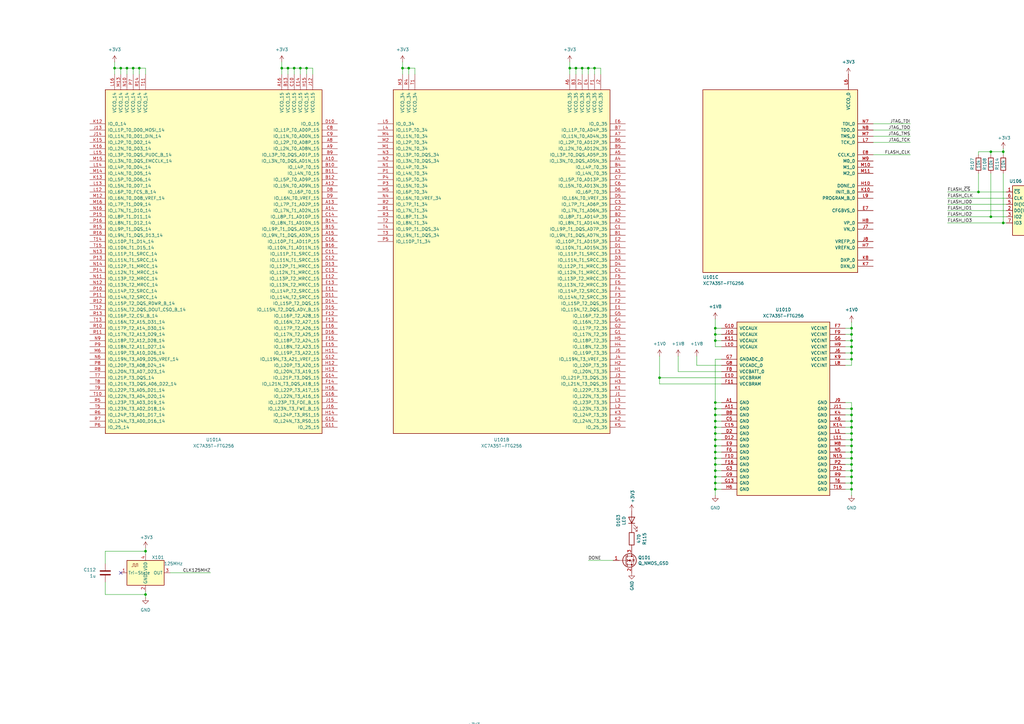
<source format=kicad_sch>
(kicad_sch (version 20231120) (generator "eeschema") (generator_version "8.0")
  (paper "A3")
  (junction (at 79.2612 337.0686))
  (junction (at 293.37 193.04))
  (junction (at 59.69 226.06))
  (junction (at 422.91 72.39))
  (junction (at -110.49 190.5))
  (junction (at 349.25 182.88))
  (junction (at 72.9112 337.0686))
  (junction (at 293.37 134.62))
  (junction (at -80.01 68.58))
  (junction (at -72.39 307.34))
  (junction (at 52.07 27.94))
  (junction (at -41.91 101.6))
  (junction (at 293.37 185.42))
  (junction (at -97.79 267.97))
  (junction (at 165.1 27.94))
  (junction (at 293.37 165.1))
  (junction (at 123.19 27.94))
  (junction (at -97.79 256.54))
  (junction (at 349.25 195.58))
  (junction (at 293.37 137.16))
  (junction (at 406.4 62.23))
  (junction (at 349.25 142.24))
  (junction (at -104.14 289.56))
  (junction (at 349.25 170.18))
  (junction (at 293.37 172.72))
  (junction (at 349.25 172.72))
  (junction (at -46.99 190.5))
  (junction (at 125.73 27.94))
  (junction (at 349.25 147.32))
  (junction (at 349.25 193.04))
  (junction (at 349.25 190.5))
  (junction (at 293.37 175.26))
  (junction (at -49.53 190.5))
  (junction (at -91.44 270.51))
  (junction (at 349.25 134.62))
  (junction (at 401.32 78.74))
  (junction (at -41.91 76.2))
  (junction (at -64.77 307.34))
  (junction (at 349.25 137.16))
  (junction (at -41.91 68.58))
  (junction (at 349.25 187.96))
  (junction (at 349.25 198.12))
  (junction (at 293.37 182.88))
  (junction (at 118.11 27.94))
  (junction (at 49.53 27.94))
  (junction (at 241.3 27.94))
  (junction (at 57.15 27.94))
  (junction (at 293.37 170.18))
  (junction (at 349.25 139.7))
  (junction (at 349.25 185.42))
  (junction (at -57.15 307.34))
  (junction (at -59.69 307.34))
  (junction (at 349.25 144.78))
  (junction (at 243.84 27.94))
  (junction (at 349.25 177.8))
  (junction (at -52.07 68.58))
  (junction (at 411.48 91.44))
  (junction (at 85.6112 337.0686))
  (junction (at 293.37 167.64))
  (junction (at 167.64 27.94))
  (junction (at 270.51 154.94))
  (junction (at 115.57 27.94))
  (junction (at 293.37 139.7))
  (junction (at -80.01 101.6))
  (junction (at -87.63 180.34))
  (junction (at 293.37 198.12))
  (junction (at -99.06 180.34))
  (junction (at 293.37 195.58))
  (junction (at -129.54 279.4))
  (junction (at 406.4 88.9))
  (junction (at -115.57 303.53))
  (junction (at -67.31 307.34))
  (junction (at 46.99 27.94))
  (junction (at -115.57 279.4))
  (junction (at 349.25 167.64))
  (junction (at 411.48 62.23))
  (junction (at 293.37 177.8))
  (junction (at -41.91 109.22))
  (junction (at -87.63 101.6))
  (junction (at 349.25 175.26))
  (junction (at 120.65 27.94))
  (junction (at 59.69 243.84))
  (junction (at 293.37 187.96))
  (junction (at -44.45 190.5))
  (junction (at -54.61 307.34))
  (junction (at 238.76 27.94))
  (junction (at 293.37 180.34))
  (junction (at -99.06 190.5))
  (junction (at -52.07 101.6))
  (junction (at -62.23 307.34))
  (junction (at -125.73 238.76))
  (junction (at 349.25 200.66))
  (junction (at -110.49 180.34))
  (junction (at 293.37 190.5))
  (junction (at -59.69 190.5))
  (junction (at 236.22 27.94))
  (junction (at -69.85 180.34))
  (junction (at -137.16 313.69))
  (junction (at -87.63 68.58))
  (junction (at -52.07 307.34))
  (junction (at 293.37 200.66))
  (junction (at 54.61 27.94))
  (junction (at 194.31 303.53))
  (junction (at -115.57 313.69))
  (junction (at 349.25 180.34))
  (junction (at 233.68 27.94))
  (junction (at -95.25 287.02))
  (no_connect (at -62.23 73.66))
  (no_connect (at -26.67 224.79))
  (no_connect (at -26.67 250.19))
  (no_connect (at -26.67 219.71))
  (no_connect (at 49.53 234.95))
  (no_connect (at -26.67 214.63))
  (no_connect (at -26.67 285.75))
  (no_connect (at -26.67 242.57))
  (no_connect (at -26.67 288.29))
  (no_connect (at -26.67 275.59))
  (no_connect (at -26.67 273.05))
  (no_connect (at -26.67 278.13))
  (no_connect (at -62.23 106.68))
  (no_connect (at -26.67 270.51))
  (no_connect (at -26.67 240.03))
  (no_connect (at -26.67 217.17))
  (no_connect (at -26.67 227.33))
  (no_connect (at -26.67 237.49))
  (no_connect (at -26.67 257.81))
  (no_connect (at -26.67 247.65))
  (no_connect (at -26.67 232.41))
  (no_connect (at -26.67 262.89))
  (no_connect (at -26.67 229.87))
  (no_connect (at -26.67 212.09))
  (no_connect (at -26.67 280.67))
  (no_connect (at -26.67 260.35))
  (no_connect (at -115.57 232.41))
  (no_connect (at -26.67 265.43))
  (no_connect (at -26.67 283.21))
  (no_connect (at -26.67 255.27))
  (no_connect (at -26.67 234.95))
  (no_connect (at -26.67 252.73))
  (no_connect (at -26.67 293.37))
  (wire (pts (xy -91.44 264.16) (xy -91.44 270.51)))
  (wire (pts (xy -41.91 68.58) (xy -36.83 68.58)))
  (wire (pts (xy -100.33 234.95) (xy -87.63 234.95)))
  (wire (pts (xy 200.66 317.5) (xy 219.71 317.5)))
  (wire (pts (xy -49.53 190.5) (xy -46.99 190.5)))
  (wire (pts (xy 54.61 27.94) (xy 54.61 30.48)))
  (wire (pts (xy 349.25 187.96) (xy 349.25 190.5)))
  (wire (pts (xy 233.68 27.94) (xy 236.22 27.94)))
  (wire (pts (xy -97.79 267.97) (xy -87.63 267.97)))
  (wire (pts (xy 349.25 193.04) (xy 349.25 195.58)))
  (wire (pts (xy 349.25 139.7) (xy 349.25 137.16)))
  (wire (pts (xy 59.69 245.11) (xy 59.69 243.84)))
  (wire (pts (xy -45.72 76.2) (xy -45.72 83.82)))
  (wire (pts (xy -80.01 101.6) (xy -80.01 104.14)))
  (wire (pts (xy 293.37 195.58) (xy 293.37 198.12)))
  (wire (pts (xy 349.25 170.18) (xy 346.71 170.18)))
  (wire (pts (xy 349.25 185.42) (xy 346.71 185.42)))
  (wire (pts (xy -97.79 255.27) (xy -97.79 256.54)))
  (wire (pts (xy 167.64 27.94) (xy 170.18 27.94)))
  (wire (pts (xy -95.25 273.05) (xy -87.63 273.05)))
  (wire (pts (xy -104.14 264.16) (xy -104.14 289.56)))
  (wire (pts (xy 57.15 27.94) (xy 57.15 30.48)))
  (wire (pts (xy 422.91 72.39) (xy 422.91 73.66)))
  (wire (pts (xy -90.17 290.83) (xy -87.63 290.83)))
  (wire (pts (xy -99.06 190.5) (xy -99.06 189.23)))
  (wire (pts (xy -91.44 68.58) (xy -87.63 68.58)))
  (wire (pts (xy -138.43 279.4) (xy -138.43 280.67)))
  (wire (pts (xy -64.77 307.34) (xy -64.77 306.07)))
  (wire (pts (xy -107.95 219.71) (xy -107.95 222.25)))
  (wire (pts (xy -72.39 309.88) (xy -72.39 307.34)))
  (wire (pts (xy -80.01 104.14) (xy -77.47 104.14)))
  (wire (pts (xy 200.66 312.42) (xy 207.01 312.42)))
  (wire (pts (xy -80.01 68.58) (xy -77.47 68.58)))
  (wire (pts (xy 349.25 167.64) (xy 346.71 167.64)))
  (wire (pts (xy -115.57 303.53) (xy -92.71 303.53)))
  (wire (pts (xy 60.2112 337.0686) (xy 72.9112 337.0686)))
  (wire (pts (xy -95.25 287.02) (xy -95.25 289.56)))
  (wire (pts (xy 349.25 190.5) (xy 346.71 190.5)))
  (wire (pts (xy -110.49 180.34) (xy -110.49 181.61)))
  (wire (pts (xy -97.79 264.16) (xy -97.79 267.97)))
  (wire (pts (xy -115.57 222.25) (xy -107.95 222.25)))
  (wire (pts (xy 434.34 72.39) (xy 434.34 73.66)))
  (wire (pts (xy -95.25 289.56) (xy -96.52 289.56)))
  (wire (pts (xy 293.37 130.81) (xy 293.37 134.62)))
  (wire (pts (xy -52.07 190.5) (xy -52.07 194.31)))
  (wire (pts (xy 349.25 170.18) (xy 349.25 172.72)))
  (wire (pts (xy 125.73 27.94) (xy 125.73 30.48)))
  (wire (pts (xy -26.67 207.01) (xy -10.16 207.01)))
  (wire (pts (xy 72.9112 311.6686) (xy 111.0112 311.6686)))
  (wire (pts (xy 293.37 139.7) (xy 293.37 142.24)))
  (wire (pts (xy 293.37 172.72) (xy 295.91 172.72)))
  (wire (pts (xy 349.25 167.64) (xy 349.25 170.18)))
  (wire (pts (xy 54.61 27.94) (xy 57.15 27.94)))
  (wire (pts (xy -26.67 204.47) (xy -10.16 204.47)))
  (wire (pts (xy -46.99 190.5) (xy -46.99 194.31)))
  (wire (pts (xy 422.91 72.39) (xy 434.34 72.39)))
  (wire (pts (xy 422.91 71.12) (xy 422.91 72.39)))
  (wire (pts (xy 168.91 317.5) (xy 187.96 317.5)))
  (wire (pts (xy 200.66 322.58) (xy 219.71 322.58)))
  (wire (pts (xy -97.79 256.54) (xy -91.44 256.54)))
  (wire (pts (xy -134.62 313.69) (xy -137.16 313.69)))
  (wire (pts (xy -62.23 71.12) (xy -59.69 71.12)))
  (wire (pts (xy 293.37 170.18) (xy 293.37 172.72)))
  (wire (pts (xy -105.41 287.02) (xy -95.25 287.02)))
  (wire (pts (xy -62.23 190.5) (xy -62.23 194.31)))
  (wire (pts (xy -54.61 68.58) (xy -52.07 68.58)))
  (wire (pts (xy 72.9112 334.5286) (xy 72.9112 337.0686)))
  (wire (pts (xy 411.48 71.12) (xy 411.48 91.44)))
  (wire (pts (xy 388.62 86.36) (xy 412.75 86.36)))
  (wire (pts (xy 123.19 27.94) (xy 123.19 30.48)))
  (wire (pts (xy 293.37 134.62) (xy 295.91 134.62)))
  (wire (pts (xy 401.32 62.23) (xy 406.4 62.23)))
  (wire (pts (xy -105.41 284.48) (xy -97.79 284.48)))
  (wire (pts (xy 293.37 182.88) (xy 295.91 182.88)))
  (wire (pts (xy -125.73 238.76) (xy -125.73 240.03)))
  (wire (pts (xy 358.14 58.42) (xy 373.38 58.42)))
  (wire (pts (xy -110.49 180.34) (xy -99.06 180.34)))
  (wire (pts (xy -95.25 273.05) (xy -95.25 287.02)))
  (wire (pts (xy 241.3 27.94) (xy 241.3 30.48)))
  (wire (pts (xy -59.69 190.5) (xy -57.15 190.5)))
  (wire (pts (xy -100.33 236.22) (xy -100.33 234.95)))
  (wire (pts (xy 200.66 320.04) (xy 219.71 320.04)))
  (wire (pts (xy 349.25 180.34) (xy 349.25 182.88)))
  (wire (pts (xy -91.44 101.6) (xy -87.63 101.6)))
  (wire (pts (xy 118.11 27.94) (xy 120.65 27.94)))
  (wire (pts (xy 194.31 302.26) (xy 194.31 303.53)))
  (wire (pts (xy -115.57 278.13) (xy -115.57 279.4)))
  (wire (pts (xy 349.25 149.86) (xy 349.25 147.32)))
  (wire (pts (xy -59.69 307.34) (xy -57.15 307.34)))
  (wire (pts (xy 165.1 27.94) (xy 167.64 27.94)))
  (wire (pts (xy 349.25 187.96) (xy 346.71 187.96)))
  (wire (pts (xy -45.72 116.84) (xy -59.69 116.84)))
  (wire (pts (xy -62.23 307.34) (xy -62.23 306.07)))
  (wire (pts (xy -80.01 71.12) (xy -77.47 71.12)))
  (wire (pts (xy -100.33 227.33) (xy -87.63 227.33)))
  (wire (pts (xy 238.76 27.94) (xy 238.76 30.48)))
  (wire (pts (xy -45.72 83.82) (xy -59.69 83.82)))
  (wire (pts (xy -92.71 280.67) (xy -92.71 303.53)))
  (wire (pts (xy 358.14 50.8) (xy 373.38 50.8)))
  (wire (pts (xy 358.14 55.88) (xy 373.38 55.88)))
  (wire (pts (xy -138.43 279.4) (xy -129.54 279.4)))
  (wire (pts (xy 293.37 147.32) (xy 293.37 165.1)))
  (wire (pts (xy 170.18 27.94) (xy 170.18 30.48)))
  (wire (pts (xy 349.25 175.26) (xy 349.25 177.8)))
  (wire (pts (xy 411.48 60.96) (xy 411.48 62.23)))
  (wire (pts (xy 293.37 198.12) (xy 295.91 198.12)))
  (wire (pts (xy 349.25 193.04) (xy 346.71 193.04)))
  (wire (pts (xy 293.37 182.88) (xy 293.37 185.42)))
  (wire (pts (xy -97.79 270.51) (xy -97.79 284.48)))
  (wire (pts (xy -67.31 307.34) (xy -64.77 307.34)))
  (wire (pts (xy 293.37 195.58) (xy 295.91 195.58)))
  (wire (pts (xy 293.37 200.66) (xy 293.37 203.2)))
  (wire (pts (xy -57.15 307.34) (xy -57.15 306.07)))
  (wire (pts (xy -92.71 280.67) (xy -87.63 280.67)))
  (wire (pts (xy -115.57 229.87) (xy -102.87 229.87)))
  (wire (pts (xy -64.77 307.34) (xy -62.23 307.34)))
  (wire (pts (xy -129.54 279.4) (xy -129.54 287.02)))
  (wire (pts (xy -115.57 304.8) (xy -115.57 303.53)))
  (wire (pts (xy 293.37 200.66) (xy 295.91 200.66)))
  (wire (pts (xy -67.31 180.34) (xy -67.31 194.31)))
  (wire (pts (xy -129.54 279.4) (xy -115.57 279.4)))
  (wire (pts (xy 349.25 142.24) (xy 349.25 139.7)))
  (wire (pts (xy 236.22 27.94) (xy 238.76 27.94)))
  (wire (pts (xy -80.01 101.6) (xy -77.47 101.6)))
  (wire (pts (xy -44.45 189.23) (xy -44.45 190.5)))
  (wire (pts (xy -127 303.53) (xy -115.57 303.53)))
  (wire (pts (xy 285.75 149.86) (xy 295.91 149.86)))
  (wire (pts (xy 72.9112 319.2886) (xy 72.9112 311.6686)))
  (wire (pts (xy -45.72 109.22) (xy -45.72 116.84)))
  (wire (pts (xy -69.85 111.76) (xy -69.85 113.03)))
  (wire (pts (xy -110.49 308.61) (xy -109.22 308.61)))
  (wire (pts (xy 411.48 62.23) (xy 406.4 62.23)))
  (wire (pts (xy 181.61 303.53) (xy 181.61 312.42)))
  (wire (pts (xy -90.17 290.83) (xy -90.17 313.69)))
  (wire (pts (xy -54.61 101.6) (xy -52.07 101.6)))
  (wire (pts (xy 43.18 226.06) (xy 59.69 226.06)))
  (wire (pts (xy 349.25 147.32) (xy 346.71 147.32)))
  (wire (pts (xy 293.37 175.26) (xy 295.91 175.26)))
  (wire (pts (xy 165.1 27.94) (xy 165.1 30.48)))
  (wire (pts (xy -99.06 180.34) (xy -87.63 180.34)))
  (wire (pts (xy -62.23 307.34) (xy -59.69 307.34)))
  (wire (pts (xy 388.62 81.28) (xy 412.75 81.28)))
  (wire (pts (xy -110.49 190.5) (xy -99.06 190.5)))
  (wire (pts (xy 243.84 27.94) (xy 246.38 27.94)))
  (wire (pts (xy 165.1 25.4) (xy 165.1 27.94)))
  (wire (pts (xy -57.15 190.5) (xy -57.15 194.31)))
  (wire (pts (xy -127 267.97) (xy -127 284.48)))
  (wire (pts (xy 43.18 243.84) (xy 59.69 243.84)))
  (wire (pts (xy -104.14 289.56) (xy -105.41 289.56)))
  (wire (pts (xy 349.25 137.16) (xy 346.71 137.16)))
  (wire (pts (xy 293.37 198.12) (xy 293.37 200.66)))
  (wire (pts (xy 98.3112 316.7486) (xy 111.0112 316.7486)))
  (wire (pts (xy 388.62 83.82) (xy 412.75 83.82)))
  (wire (pts (xy 293.37 134.62) (xy 293.37 137.16)))
  (wire (pts (xy 349.25 200.66) (xy 349.25 203.2)))
  (wire (pts (xy 349.25 198.12) (xy 346.71 198.12)))
  (wire (pts (xy 115.57 27.94) (xy 115.57 30.48)))
  (wire (pts (xy -72.39 307.34) (xy -67.31 307.34)))
  (wire (pts (xy 349.25 182.88) (xy 346.71 182.88)))
  (wire (pts (xy 349.25 177.8) (xy 349.25 180.34)))
  (wire (pts (xy 115.57 27.94) (xy 118.11 27.94)))
  (wire (pts (xy -91.44 200.66) (xy -91.44 201.93)))
  (wire (pts (xy -26.67 201.93) (xy -10.16 201.93)))
  (wire (pts (xy 358.14 53.34) (xy 373.38 53.34)))
  (wire (pts (xy 241.3 229.87) (xy 251.46 229.87)))
  (wire (pts (xy -54.61 307.34) (xy -52.07 307.34)))
  (wire (pts (xy -72.39 307.34) (xy -72.39 306.07)))
  (wire (pts (xy -110.49 190.5) (xy -110.49 189.23)))
  (wire (pts (xy -100.33 229.87) (xy -87.63 229.87)))
  (wire (pts (xy -41.91 76.2) (xy -45.72 76.2)))
  (wire (pts (xy -87.63 68.58) (xy -80.01 68.58)))
  (wire (pts (xy 349.25 139.7) (xy 346.71 139.7)))
  (wire (pts (xy 59.69 27.94) (xy 59.69 30.48)))
  (wire (pts (xy -87.63 101.6) (xy -80.01 101.6)))
  (wire (pts (xy -80.01 68.58) (xy -80.01 71.12)))
  (wire (pts (xy 49.53 27.94) (xy 49.53 30.48)))
  (wire (pts (xy 293.37 180.34) (xy 293.37 182.88)))
  (wire (pts (xy 349.25 180.34) (xy 346.71 180.34)))
  (wire (pts (xy 293.37 147.32) (xy 295.91 147.32)))
  (wire (pts (xy 349.25 195.58) (xy 346.71 195.58)))
  (wire (pts (xy -127 284.48) (xy -125.73 284.48)))
  (wire (pts (xy 60.2112 309.1286) (xy 111.0112 309.1286)))
  (wire (pts (xy -87.63 295.91) (xy -87.63 307.34)))
  (wire (pts (xy -52.07 101.6) (xy -41.91 101.6)))
  (wire (pts (xy 168.91 325.12) (xy 187.96 325.12)))
  (wire (pts (xy -100.33 229.87) (xy -102.87 227.33)))
  (wire (pts (xy 293.37 167.64) (xy 293.37 170.18)))
  (wire (pts (xy 373.38 63.5) (xy 358.14 63.5)))
  (wire (pts (xy 125.73 27.94) (xy 128.27 27.94)))
  (wire (pts (xy 85.6112 334.5286) (xy 85.6112 337.0686)))
  (wire (pts (xy 246.38 27.94) (xy 246.38 30.48)))
  (wire (pts (xy 167.64 27.94) (xy 167.64 30.48)))
  (wire (pts (xy 59.69 242.57) (xy 59.69 243.84)))
  (wire (pts (xy 118.11 27.94) (xy 118.11 30.48)))
  (wire (pts (xy 293.37 170.18) (xy 295.91 170.18)))
  (wire (pts (xy 115.57 25.4) (xy 115.57 27.94)))
  (wire (pts (xy 79.2612 337.0686) (xy 85.6112 337.0686)))
  (wire (pts (xy 168.91 320.04) (xy 187.96 320.04)))
  (wire (pts (xy -137.16 303.53) (xy -137.16 313.69)))
  (wire (pts (xy 200.66 325.12) (xy 219.71 325.12)))
  (wire (pts (xy -69.85 180.34) (xy -69.85 194.31)))
  (wire (pts (xy -102.87 229.87) (xy -100.33 227.33)))
  (wire (pts (xy 270.51 146.05) (xy 270.51 154.94)))
  (wire (pts (xy 69.85 234.95) (xy 86.36 234.95)))
  (wire (pts (xy 349.25 142.24) (xy 346.71 142.24)))
  (wire (pts (xy 43.18 226.06) (xy 43.18 231.14)))
  (wire (pts (xy 59.69 226.06) (xy 59.69 224.79)))
  (wire (pts (xy 270.51 157.48) (xy 295.91 157.48)))
  (wire (pts (xy 270.51 154.94) (xy 295.91 154.94)))
  (wire (pts (xy 293.37 165.1) (xy 293.37 167.64)))
  (wire (pts (xy -129.54 287.02) (xy -125.73 287.02)))
  (wire (pts (xy 123.19 27.94) (xy 125.73 27.94)))
  (wire (pts (xy 349.25 198.12) (xy 349.25 200.66)))
  (wire (pts (xy 349.25 190.5) (xy 349.25 193.04)))
  (wire (pts (xy 349.25 134.62) (xy 349.25 132.08)))
  (wire (pts (xy -59.69 104.14) (xy -59.69 116.84)))
  (wire (pts (xy -87.63 180.34) (xy -69.85 180.34)))
  (wire (pts (xy 406.4 62.23) (xy 406.4 63.5)))
  (wire (pts (xy -59.69 179.07) (xy -59.69 190.5)))
  (wire (pts (xy 401.32 78.74) (xy 412.75 78.74)))
  (wire (pts (xy 293.37 137.16) (xy 295.91 137.16)))
  (wire (pts (xy 349.25 149.86) (xy 346.71 149.86)))
  (wire (pts (xy 293.37 137.16) (xy 293.37 139.7)))
  (wire (pts (xy 43.18 238.76) (xy 43.18 243.84)))
  (wire (pts (xy -52.07 190.5) (xy -49.53 190.5)))
  (wire (pts (xy -127 267.97) (xy -97.79 267.97)))
  (wire (pts (xy 52.07 27.94) (xy 52.07 30.48)))
  (wire (pts (xy 293.37 172.72) (xy 293.37 175.26)))
  (wire (pts (xy 57.15 27.94) (xy 59.69 27.94)))
  (wire (pts (xy 293.37 177.8) (xy 293.37 180.34)))
  (wire (pts (xy 120.65 27.94) (xy 120.65 30.48)))
  (wire (pts (xy -15.24 295.91) (xy -26.67 295.91)))
  (wire (pts (xy 120.65 27.94) (xy 123.19 27.94)))
  (wire (pts (xy -59.69 307.34) (xy -59.69 306.07)))
  (wire (pts (xy 406.4 88.9) (xy 412.75 88.9)))
  (wire (pts (xy -87.63 190.5) (xy -87.63 189.23)))
  (wire (pts (xy -41.91 109.22) (xy -45.72 109.22)))
  (wire (pts (xy 406.4 71.12) (xy 406.4 88.9)))
  (wire (pts (xy 98.3112 319.2886) (xy 98.3112 316.7486)))
  (wire (pts (xy 293.37 190.5) (xy 295.91 190.5)))
  (wire (pts (xy -49.53 307.34) (xy -49.53 306.07)))
  (wire (pts (xy 293.37 193.04) (xy 295.91 193.04)))
  (wire (pts (xy 194.31 303.53) (xy 207.01 303.53)))
  (wire (pts (xy -121.92 308.61) (xy -120.65 308.61)))
  (wire (pts (xy -137.16 313.69) (xy -137.16 316.23)))
  (wire (pts (xy -110.49 179.07) (xy -110.49 180.34)))
  (wire (pts (xy 293.37 165.1) (xy 295.91 165.1)))
  (wire (pts (xy 60.2112 334.5286) (xy 60.2112 337.0686)))
  (wire (pts (xy 349.25 147.32) (xy 349.25 144.78)))
  (wire (pts (xy 207.01 303.53) (xy 207.01 312.42)))
  (wire (pts (xy 293.37 180.34) (xy 295.91 180.34)))
  (wire (pts (xy 349.25 177.8) (xy 346.71 177.8)))
  (wire (pts (xy 401.32 71.12) (xy 401.32 78.74)))
  (wire (pts (xy 285.75 146.05) (xy 285.75 149.86)))
  (wire (pts (xy 349.25 172.72) (xy 346.71 172.72)))
  (wire (pts (xy 243.84 27.94) (xy 243.84 30.48)))
  (wire (pts (xy -123.19 237.49) (xy -123.19 238.76)))
  (wire (pts (xy -62.23 190.5) (xy -59.69 190.5)))
  (wire (pts (xy -59.69 71.12) (xy -59.69 83.82)))
  (wire (pts (xy 233.68 27.94) (xy 233.68 30.48)))
  (wire (pts (xy 349.25 175.26) (xy 346.71 175.26)))
  (wire (pts (xy -67.31 307.34) (xy -67.31 306.07)))
  (wire (pts (xy -46.99 190.5) (xy -44.45 190.5)))
  (wire (pts (xy -69.85 180.34) (xy -67.31 180.34)))
  (wire (pts (xy 238.76 27.94) (xy 241.3 27.94)))
  (wire (pts (xy 293.37 139.7) (xy 295.91 139.7)))
  (wire (pts (xy -49.53 190.5) (xy -49.53 194.31)))
  (wire (pts (xy 293.37 177.8) (xy 295.91 177.8)))
  (wire (pts (xy 85.6112 314.2086) (xy 111.0112 314.2086)))
  (wire (pts (xy 236.22 27.94) (xy 236.22 30.48)))
  (wire (pts (xy 293.37 142.24) (xy 295.91 142.24)))
  (wire (pts (xy 293.37 185.42) (xy 293.37 187.96)))
  (wire (pts (xy -62.23 104.14) (xy -59.69 104.14)))
  (wire (pts (xy -99.06 180.34) (xy -99.06 181.61)))
  (wire (pts (xy 349.25 200.66) (xy 346.71 200.66)))
  (wire (pts (xy 270.51 154.94) (xy 270.51 157.48)))
  (wire (pts (xy 46.99 27.94) (xy 46.99 30.48)))
  (wire (pts (xy -115.57 313.69) (xy -90.17 313.69)))
  (wire (pts (xy -52.07 68.58) (xy -41.91 68.58)))
  (wire (pts (xy -26.67 209.55) (xy -10.16 209.55)))
  (wire (pts (xy 293.37 175.26) (xy 293.37 177.8)))
  (wire (pts (xy -134.62 303.53) (xy -137.16 303.53)))
  (wire (pts (xy -110.49 191.77) (xy -110.49 190.5)))
  (wire (pts (xy 293.37 187.96) (xy 293.37 190.5)))
  (wire (pts (xy 181.61 303.53) (xy 194.31 303.53)))
  (wire (pts (xy 60.2112 319.2886) (xy 60.2112 309.1286)))
  (wire (pts (xy 233.68 25.4) (xy 233.68 27.94)))
  (wire (pts (xy 278.13 152.4) (xy 295.91 152.4)))
  (wire (pts (xy 349.25 182.88) (xy 349.25 185.42)))
  (wire (pts (xy 401.32 62.23) (xy 401.32 63.5)))
  (wire (pts (xy 72.9112 337.0686) (xy 79.2612 337.0686)))
  (wire (pts (xy 187.96 312.42) (xy 181.61 312.42)))
  (wire (pts (xy 46.99 27.94) (xy 49.53 27.94)))
  (wire (pts (xy 293.37 167.64) (xy 295.91 167.64)))
  (wire (pts (xy 46.99 25.4) (xy 46.99 27.94)))
  (wire (pts (xy 85.6112 337.0686) (xy 98.3112 337.0686)))
  (wire (pts (xy 79.2612 337.0686) (xy 79.2612 339.6086)))
  (wire (pts (xy 349.25 185.42) (xy 349.25 187.96)))
  (wire (pts (xy 49.53 27.94) (xy 52.07 27.94)))
  (wire (pts (xy 349.25 134.62) (xy 346.71 134.62)))
  (wire (pts (xy -15.24 294.64) (xy -15.24 295.91)))
  (wire (pts (xy 349.25 172.72) (xy 349.25 175.26)))
  (wire (pts (xy 293.37 193.04) (xy 293.37 195.58)))
  (wire (pts (xy 278.13 146.05) (xy 278.13 152.4)))
  (wire (pts (xy 293.37 185.42) (xy 295.91 185.42)))
  (wire (pts (xy 293.37 187.96) (xy 295.91 187.96)))
  (wire (pts (xy -91.44 201.93) (xy -87.63 201.93)))
  (wire (pts (xy -54.61 307.34) (xy -54.61 306.07)))
  (wire (pts (xy 181.61 314.96) (xy 187.96 314.96)))
  (wire (pts (xy -87.63 180.34) (xy -87.63 181.61)))
  (wire (pts (xy 98.3112 334.5286) (xy 98.3112 337.0686)))
  (wire (pts (xy -69.85 78.74) (xy -69.85 80.01)))
  (wire (pts (xy -99.06 190.5) (xy -87.63 190.5)))
  (wire (pts (xy -123.19 238.76) (xy -125.73 238.76)))
  (wire (pts (xy -52.07 307.34) (xy -49.53 307.34)))
  (wire (pts (xy 85.6112 319.2886) (xy 85.6112 314.2086)))
  (wire (pts (xy -97.79 207.01) (xy -87.63 207.01)))
  (wire (pts (xy 388.62 91.44) (xy 411.48 91.44)))
  (wire (pts (xy 128.27 27.94) (xy 128.27 30.48)))
  (wire (pts (xy -127 313.69) (xy -115.57 313.69)))
  (wire (pts (xy 411.48 62.23) (xy 411.48 63.5)))
  (wire (pts (xy 349.25 144.78) (xy 346.71 144.78)))
  (wire (pts (xy 349.25 144.78) (xy 349.25 142.24)))
  (wire (pts (xy -104.14 256.54) (xy -97.79 256.54)))
  (wire (pts (xy 388.62 78.74) (xy 401.32 78.74)))
  (wire (pts (xy -125.73 237.49) (xy -125.73 238.76)))
  (wire (pts (xy -87.63 307.34) (xy -72.39 307.34)))
  (wire (pts (xy 349.25 137.16) (xy 349.25 134.62)))
  (wire (pts (xy -115.57 312.42) (xy -115.57 313.69)))
  (wire (pts (xy 349.25 165.1) (xy 346.71 165.1)))
  (wire (pts (xy 207.01 314.96) (xy 200.66 314.96)))
  (wire (pts (xy 293.37 190.5) (xy 293.37 193.04)))
  (wire (pts (xy 52.07 27.94) (xy 54.61 27.94)))
  (wire (pts (xy -41.91 101.6) (xy -36.83 101.6)))
  (wire (pts (xy -52.07 307.34) (xy -52.07 306.07)))
  (wire (pts (xy 349.25 165.1) (xy 349.25 167.64)))
  (wire (pts (xy -115.57 227.33) (xy -102.87 227.33)))
  (wire (pts (xy -97.79 270.51) (xy -91.44 270.51)))
  (wire (pts (xy 168.91 322.58) (xy 187.96 322.58)))
  (wire (pts (xy 388.62 88.9) (xy 406.4 88.9)))
  (wire (pts (xy 241.3 27.94) (xy 243.84 27.94)))
  (wire (pts (xy -59.69 190.5) (xy -59.69 194.31)))
  (wire (pts (xy -44.45 190.5) (xy -44.45 194.31)))
  (wire (pts (xy 411.48 91.44) (xy 412.75 91.44)))
  (wire (pts (xy -91.44 270.51) (xy -87.63 270.51)))
  (wire (pts (xy 59.69 227.33) (xy 59.69 226.06)))
  (wire (pts (xy 349.25 195.58) (xy 349.25 198.12)))
  (wire (pts (xy -57.15 307.34) (xy -54.61 307.34)))
  (text "Vout = 0.98" (at -45.212 66.294 0) (effects (font (size 1.27 1.27))))
  (text "Vout = 1.84" (at -45.212 99.314 0) (effects (font (size 1.27 1.27))))
  (text "FTDI to JTAG" (at -82.804 172.974 0) (effects (font (size 5 5) (thickness 1.0008) (bold yes)) (justify left bottom)))
  (label "LED1" (at 111.0112 309.1286 180))
  (label "FTDI_1V8" (at -97.79 207.01 0))
  (label "USB_D-" (at -113.03 229.87 0))
  (label "JTAG_TMS" (at -10.16 209.55 180))
  (label "FLASH_IO1" (at 388.62 86.36 0))
  (label "FLASH_IO2" (at 388.62 88.9 0))
  (label "JTAG_TCK" (at -10.16 201.93 180))
  (label "GPIO1" (at 168.91 320.04 0))
  (label "GPIO5" (at 219.71 320.04 180))
  (label "FTDI_1V8" (at -59.69 179.07 270))
  (label "DONE" (at 241.3 229.87 0))
  (label "LED2" (at 111.0112 311.6686 180))
  (label "GPIO0" (at 168.91 317.5 0))
  (label "LED3" (at 111.0112 314.2086 180))
  (label "JTAG_TDO" (at 373.38 53.34 180))
  (label "CLK125MHZ" (at 86.36 234.95 180))
  (label "GPIO7" (at 219.71 325.12 180))
  (label "USB_D+" (at -113.03 227.33 0))
  (label "FLASH_IO3" (at 388.62 91.44 0))
  (label "JTAG_TDO" (at -10.16 207.01 180))
  (label "JTAG_TCK" (at 373.38 58.42 180))
  (label "FLASH_CLK" (at 373.38 63.5 180))
  (label "GPIO2" (at 168.91 322.58 0))
  (label "JTAG_TDI" (at -10.16 204.47 180))
  (label "JTAG_TMS" (at 373.38 55.88 180))
  (label "LED4" (at 111.0112 316.7486 180))
  (label "JTAG_TDI" (at 373.38 50.8 180))
  (label "GPIO6" (at 219.71 322.58 180))
  (label "FLASH_IO0" (at 388.62 83.82 0))
  (label "GPIO3" (at 168.91 325.12 0))
  (label "FLASH_CLK" (at 388.62 81.28 0))
  (label "GPIO4" (at 219.71 317.5 180))
  (label "FLASH_~{CS}" (at 388.62 78.74 0))
  (symbol (lib_id "Device:C") (at 43.18 234.95 0) (unit 1)
    (property "Reference" "C112" (at 39.37 233.6799 0) (effects (justify right)))
    (property "Value" "1u" (at 39.37 236.2199 0) (effects (justify right)))
    (property "Footprint" "Capacitor_SMD:C_0402_1005Metric" (effects (hide yes)))
    (property "Description" "Unpolarized capacitor" (effects (hide yes)))
    (property "LCSC" "C14445" (effects (hide yes)))
  )
  (symbol (lib_id "Device:R") (at -97.79 260.35 180) (unit 1)
    (property "Reference" "R110" (at -95.25 260.35 90))
    (property "Value" "10k" (at -97.79 260.35 90))
    (property "Footprint" "Resistor_SMD:R_0402_1005Metric" (effects (hide yes)))
    (property "LCSC" "C25744" (effects (hide yes)))
  )
  (symbol (lib_id "Device:C") (at -99.06 185.42 0) (unit 1)
    (property "Reference" "C106" (at -96.139 184.2516 0) (effects (justify left)))
    (property "Value" "100n" (at -96.139 186.563 0) (effects (justify left)))
    (property "Footprint" "Capacitor_SMD:C_0402_1005Metric" (effects (hide yes)))
    (property "LCSC" "C1525" (effects (hide yes)))
  )
  (symbol (lib_id "Device:R") (at 72.9112 323.0986 0) (mirror x) (unit 1)
    (property "Reference" "R117" (at 75.4512 320.5586 90) (effects (justify left)))
    (property "Value" "220" (at 72.9112 321.0666 90) (effects (justify left)))
    (property "Footprint" "Resistor_SMD:R_0402_1005Metric" (effects (hide yes)))
    (property "LCSC" "C25151" (effects (hide yes)))
  )
  (symbol (lib_id "power:GND") (at -52.07 76.2 0) (unit 1)
    (property "Reference" "#PWR0114" (effects (hide yes)))
    (property "Value" "GND" (at -52.07 81.28 0))
    (property "Description" "Power symbol creates a global label with name \"GND\" , ground" (effects (hide yes)))
  )
  (symbol (lib_id "power:GND") (at -87.63 76.2 0) (unit 1)
    (property "Reference" "#PWR0113" (effects (hide yes)))
    (property "Value" "GND" (at -87.63 81.28 0))
    (property "Description" "Power symbol creates a global label with name \"GND\" , ground" (effects (hide yes)))
  )
  (symbol (lib_id "Connector_Generic:Conn_02x06_Odd_Even") (at 193.04 317.5 0) (unit 1)
    (property "Reference" "J102" (at 194.31 306.07 0))
    (property "Value" "Conn_02x06_Odd_Even" (at 194.31 308.61 0))
    (property "Footprint" "Connector_PinSocket_2.54mm:PinSocket_2x06_P2.54mm_Vertical" (effects (hide yes)))
    (property "Description" "Generic connector, double row, 02x06, odd/even pin numbering scheme (row 1 odd numbers, row 2 even numbers), script generated (kicad-library-utils/schlib/autogen/connector/)" (effects (hide yes)))
  )
  (symbol (lib_id "power:GND") (at -110.49 191.77 0) (unit 1)
    (property "Reference" "#PWR0123" (effects (hide yes)))
    (property "Value" "GND" (at -114.3 193.04 0))
  )
  (symbol (lib_id "power:+3V3") (at -15.24 279.4 0) (unit 1)
    (property "Reference" "#PWR0132" (effects (hide yes)))
    (property "Value" "+3V3" (at -14.859 275.0058 0))
  )
  (symbol (lib_id "power:+3V3") (at 347.98 30.48 0) (unit 1)
    (property "Reference" "#PWR0106" (effects (hide yes)))
    (property "Value" "+3V3" (at 347.98 25.4 0))
    (property "Description" "Power symbol creates a global label with name \"+3V3\"" (effects (hide yes)))
  )
  (symbol (lib_id "FPGA_Xilinx_Artix7:XC7A35T-FTG256") (at 321.31 167.64 0) (unit 4)
    (property "Reference" "U101" (at 321.31 127 0))
    (property "Value" "XC7A35T-FTG256" (at 321.31 129.54 0))
    (property "Description" "Artix 7 T 35 XC7A35T-FTG256" (effects (hide yes)))
  )
  (symbol (lib_id "Device:R") (at -41.91 113.03 0) (unit 1)
    (property "Reference" "R104" (at -39.37 111.7599 0) (effects (justify left)))
    (property "Value" "33k" (at -39.37 114.2999 0) (effects (justify left)))
    (property "Footprint" "Resistor_SMD:R_0402_1005Metric" (effects (hide yes)))
    (property "Description" "Resistor" (effects (hide yes)))
    (property "LCSC" "C25779" (effects (hide yes)))
  )
  (symbol (lib_id "Device:R") (at -100.33 240.03 0) (unit 1)
    (property "Reference" "R105" (at -102.87 240.03 90))
    (property "Value" "12k" (at -100.33 240.03 90))
    (property "Footprint" "Resistor_SMD:R_0402_1005Metric" (effects (hide yes)))
    (property "LCSC" "C25752" (effects (hide yes)))
  )
  (symbol (lib_id "power:GND") (at 79.2612 339.6086 0) (mirror y) (unit 1)
    (property "Reference" "#PWR0147" (effects (hide yes)))
    (property "Value" "GND" (at 79.1342 344.0028 0))
  )
  (symbol (lib_id "Device:Q_NMOS_GSD") (at 256.54 229.87 0) (unit 1)
    (property "Reference" "Q101" (at 261.7216 228.7016 0) (effects (justify left)))
    (property "Value" "Q_NMOS_GSD" (at 261.7216 231.013 0) (effects (justify left)))
    (property "Footprint" "Package_TO_SOT_SMD:SOT-23" (effects (hide yes)))
    (property "manf#" "DMG1012UW-7" (effects (hide yes)))
    (property "LCSC" "C8548" (effects (hide yes)))
  )
  (symbol (lib_id "FPGA_Xilinx_Artix7:XC7A35T-FTG256") (at 205.74 104.14 0) (unit 2)
    (property "Reference" "U101" (at 205.74 180.34 0))
    (property "Value" "XC7A35T-FTG256" (at 205.74 182.88 0))
    (property "Description" "Artix 7 T 35 XC7A35T-FTG256" (effects (hide yes)))
  )
  (symbol (lib_id "Device:C") (at -52.07 105.41 0) (unit 1)
    (property "Reference" "C104" (at -49.149 104.2416 0) (effects (justify left)))
    (property "Value" "22u" (at -49.149 106.553 0) (effects (justify left)))
    (property "Footprint" "Capacitor_SMD:C_0603_1608Metric" (effects (hide yes)))
    (property "LCSC" "C59461" (effects (hide yes)))
  )
  (symbol (lib_id "power:+1V0") (at 349.25 132.08 0) (unit 1)
    (property "Reference" "#PWR0101" (effects (hide yes)))
    (property "Value" "+1V0" (at 349.25 127 0))
    (property "Description" "Power symbol creates a global label with name \"+1V0\"" (effects (hide yes)))
  )
  (symbol (lib_id "power:GND") (at -109.22 308.61 0) (unit 1)
    (property "Reference" "#PWR0136" (effects (hide yes)))
    (property "Value" "GND" (at -105.41 309.88 0))
  )
  (symbol (lib_id "Memory_EEPROM:93CxxC") (at -115.57 287.02 0) (unit 1)
    (property "Reference" "U105" (at -113.3759 275.59 0) (effects (justify left)))
    (property "Value" "93CxxC" (at -113.3759 278.13 0) (effects (justify left)))
    (property "Footprint" "Package_SO:TSSOP-8_4.4x3mm_P0.65mm" (effects (hide yes)))
    (property "Datasheet" "http://ww1.microchip.com/downloads/en/DeviceDoc/20001749K.pdf" (effects (hide yes)))
    (property "LCSC" "C2061936" (at -109.22 280.67 0))
  )
  (symbol (lib_id "Device:C") (at -130.81 313.69 270) (unit 1)
    (property "Reference" "C110" (at -129.6416 316.611 0) (effects (justify left)))
    (property "Value" "15p" (at -131.953 316.611 0) (effects (justify left)))
    (property "Footprint" "Capacitor_SMD:C_0402_1005Metric" (effects (hide yes)))
    (property "LCSC" "C1548" (effects (hide yes)))
  )
  (symbol (lib_id "Device:C") (at -110.49 185.42 0) (unit 1)
    (property "Reference" "C105" (at -107.569 184.2516 0) (effects (justify left)))
    (property "Value" "22u" (at -107.569 186.563 0) (effects (justify left)))
    (property "Footprint" "Capacitor_SMD:C_0603_1608Metric" (effects (hide yes)))
    (property "LCSC" "C59461" (effects (hide yes)))
  )
  (symbol (lib_id "power:+3V3") (at 115.57 25.4 0) (unit 1)
    (property "Reference" "#PWR0109" (effects (hide yes)))
    (property "Value" "+3V3" (at 115.57 20.32 0))
    (property "Description" "Power symbol creates a global label with name \"+3V3\"" (effects (hide yes)))
  )
  (symbol (lib_id "power:GND") (at -69.85 113.03 0) (unit 1)
    (property "Reference" "#PWR0119" (effects (hide yes)))
    (property "Value" "GND" (at -69.85 118.11 0))
    (property "Description" "Power symbol creates a global label with name \"GND\" , ground" (effects (hide yes)))
  )
  (symbol (lib_id "Device:LED") (at -15.24 283.21 90) (unit 1)
    (property "Reference" "D102" (at -11.43 283.5275 90) (effects (justify right)))
    (property "Value" "LED" (at -11.43 286.0675 90) (effects (justify right)))
    (property "Footprint" "LED_SMD:LED_0402_1005Metric" (effects (hide yes)))
    (property "LCSC" "C965790" (effects (hide yes)))
  )
  (symbol (lib_id "power:+3V3") (at 422.91 71.12 0) (unit 1)
    (property "Reference" "#PWR0140" (effects (hide yes)))
    (property "Value" "+3V3" (at 423.291 66.7258 0))
  )
  (symbol (lib_id "Device:R") (at 85.6112 323.0986 0) (mirror x) (unit 1)
    (property "Reference" "R118" (at 88.1512 320.5586 90) (effects (justify left)))
    (property "Value" "220" (at 85.6112 321.0666 90) (effects (justify left)))
    (property "Footprint" "Resistor_SMD:R_0402_1005Metric" (effects (hide yes)))
    (property "LCSC" "C25151" (effects (hide yes)))
  )
  (symbol (lib_id "power:+3V3") (at -91.44 200.66 0) (unit 1)
    (property "Reference" "#PWR0124" (effects (hide yes)))
    (property "Value" "+3V3" (at -91.059 196.2658 0))
  )
  (symbol (lib_id "power:+1V0") (at 270.51 146.05 0) (unit 1)
    (property "Reference" "#PWR0104" (effects (hide yes)))
    (property "Value" "+1V0" (at 270.51 140.97 0))
    (property "Description" "Power symbol creates a global label with name \"+1V0\"" (effects (hide yes)))
  )
  (symbol (lib_id "power:+3V3") (at 46.99 25.4 0) (unit 1)
    (property "Reference" "#PWR0110" (effects (hide yes)))
    (property "Value" "+3V3" (at 46.99 20.32 0))
    (property "Description" "Power symbol creates a global label with name \"+3V3\"" (effects (hide yes)))
  )
  (symbol (lib_id "Device:R") (at 259.08 220.98 180) (unit 1)
    (property "Reference" "R115" (at 264.3378 220.98 90))
    (property "Value" "470" (at 262.0264 220.98 90))
    (property "Footprint" "Resistor_SMD:R_0402_1005Metric" (effects (hide yes)))
    (property "LCSC" "C25117" (effects (hide yes)))
  )
  (symbol (lib_id "Device:LED") (at 85.6112 330.7186 270) (mirror x) (unit 1)
    (property "Reference" "D106" (at 88.1512 331.036 90) (effects (justify left)))
    (property "Value" "LED" (at 88.1512 333.576 90) (effects (justify left)))
    (property "Footprint" "LED_SMD:LED_0402_1005Metric" (effects (hide yes)))
    (property "LCSC" "C965790" (effects (hide yes)))
  )
  (symbol (lib_id "power:+3V3") (at 233.68 25.4 0) (unit 1)
    (property "Reference" "#PWR0107" (effects (hide yes)))
    (property "Value" "+3V3" (at 233.68 20.32 0))
    (property "Description" "Power symbol creates a global label with name \"+3V3\"" (effects (hide yes)))
  )
  (symbol (lib_id "power:GND") (at -115.57 294.64 0) (unit 1)
    (property "Reference" "#PWR0134" (effects (hide yes)))
    (property "Value" "GND" (at -119.38 295.91 0))
  )
  (symbol (lib_id "power:GND") (at -137.16 316.23 0) (unit 1)
    (property "Reference" "#PWR0138" (effects (hide yes)))
    (property "Value" "GND" (at -137.033 320.6242 0))
  )
  (symbol (lib_id "Regulator_Switching:TLV62568DDC") (at -69.85 104.14 0) (unit 1)
    (property "Reference" "U103" (at -69.85 93.98 0))
    (property "Value" "TLV62568DDC" (at -69.85 96.52 0))
    (property "Footprint" "Package_TO_SOT_SMD:SOT-23-6" (effects (hide yes)))
    (property "Datasheet" "http://www.ti.com/lit/ds/symlink/tlv62568.pdf" (effects (hide yes)))
    (property "LCSC" "C2071019" (effects (hide yes)))
  )
  (symbol (lib_id "Device:C") (at -87.63 72.39 0) (unit 1)
    (property "Reference" "C101" (at -84.709 71.2216 0) (effects (justify left)))
    (property "Value" "22u" (at -84.709 73.533 0) (effects (justify left)))
    (property "Footprint" "Capacitor_SMD:C_0603_1608Metric" (effects (hide yes)))
    (property "LCSC" "C59461" (effects (hide yes)))
  )
  (symbol (lib_id "Device:R") (at 98.3112 323.0986 0) (mirror x) (unit 1)
    (property "Reference" "R119" (at 100.8512 320.5586 90) (effects (justify left)))
    (property "Value" "220" (at 98.3112 321.0666 90) (effects (justify left)))
    (property "Footprint" "Resistor_SMD:R_0402_1005Metric" (effects (hide yes)))
    (property "LCSC" "C25151" (effects (hide yes)))
  )
  (symbol (lib_id "Device:C") (at -138.43 284.48 0) (unit 1)
    (property "Reference" "C108" (at -135.509 283.3116 0) (effects (justify left)))
    (property "Value" "100n" (at -135.509 285.623 0) (effects (justify left)))
    (property "Footprint" "Capacitor_SMD:C_0402_1005Metric" (effects (hide yes)))
    (property "LCSC" "C1525" (effects (hide yes)))
  )
  (symbol (lib_id "Device:C") (at -52.07 72.39 0) (unit 1)
    (property "Reference" "C102" (at -49.149 71.2216 0) (effects (justify left)))
    (property "Value" "22u" (at -49.149 73.533 0) (effects (justify left)))
    (property "Footprint" "Capacitor_SMD:C_0603_1608Metric" (effects (hide yes)))
    (property "LCSC" "C59461" (effects (hide yes)))
  )
  (symbol (lib_id "power:GND") (at 293.37 203.2 0) (unit 1)
    (property "Reference" "#PWR0112" (effects (hide yes)))
    (property "Value" "GND" (at 293.37 208.28 0))
    (property "Description" "Power symbol creates a global label with name \"GND\" , ground" (effects (hide yes)))
  )
  (symbol (lib_id "power:GND") (at -125.73 240.03 0) (unit 1)
    (property "Reference" "#PWR0127" (effects (hide yes)))
    (property "Value" "GND" (at -125.603 244.4242 0))
  )
  (symbol (lib_id "power:+3V3") (at -110.49 179.07 0) (unit 1)
    (property "Reference" "#PWR0121" (effects (hide yes)))
    (property "Value" "+3V3" (at -110.109 174.6758 0))
  )
  (symbol (lib_id "power:GND") (at -41.91 116.84 0) (unit 1)
    (property "Reference" "#PWR0120" (effects (hide yes)))
    (property "Value" "GND" (at -41.91 121.92 0))
    (property "Description" "Power symbol creates a global label with name \"GND\" , ground" (effects (hide yes)))
  )
  (symbol (lib_id "power:GND") (at -138.43 288.29 0) (unit 1)
    (property "Reference" "#PWR0133" (effects (hide yes)))
    (property "Value" "GND" (at -142.24 289.56 0))
  )
  (symbol (lib_id "Device:C") (at 434.34 77.47 0) (mirror y) (unit 1)
    (property "Reference" "C111" (at 438.15 76.1999 0) (effects (justify right)))
    (property "Value" "1u" (at 438.15 78.7399 0) (effects (justify right)))
    (property "Footprint" "Capacitor_SMD:C_0402_1005Metric" (effects (hide yes)))
    (property "Description" "Unpolarized capacitor" (effects (hide yes)))
    (property "LCSC" "C14445" (effects (hide yes)))
  )
  (symbol (lib_id "Memory_Flash:W25Q128JVS") (at 422.91 86.36 0) (unit 1)
    (property "Reference" "U106" (at 416.56 74.295 0))
    (property "Value" "W25Q128JVS" (at 431.8 98.425 0))
    (property "Footprint" "Package_SO:SOIC-8_5.23x5.23mm_P1.27mm" (effects (hide yes)))
    (property "Datasheet" "http://www.winbond.com/resource-files/w25q128jv_dtr%20revc%2003272018%20plus.pdf" (effects (hide yes)))
    (property "LCSC" "C97521" (effects (hide yes)))
  )
  (symbol (lib_id "power:+5V") (at -107.95 219.71 0) (unit 1)
    (property "Reference" "#PWR0125" (effects (hide yes)))
    (property "Value" "+5V" (at -107.95 214.63 0))
    (property "Description" "Power symbol creates a global label with name \"+5V\"" (effects (hide yes)))
  )
  (symbol (lib_id "Device:LED") (at 60.2112 330.7186 270) (mirror x) (unit 1)
    (property "Reference" "D104" (at 62.7512 331.036 90) (effects (justify left)))
    (property "Value" "LED" (at 62.7512 333.576 90) (effects (justify left)))
    (property "Footprint" "LED_SMD:LED_0402_1005Metric" (effects (hide yes)))
    (property "LCSC" "C965790" (effects (hide yes)))
  )
  (symbol (lib_id "Device:R") (at -15.24 290.83 180) (unit 1)
    (property "Reference" "R113" (at -9.9822 290.83 90))
    (property "Value" "470" (at -12.2936 290.83 90))
    (property "Footprint" "Resistor_SMD:R_0402_1005Metric" (effects (hide yes)))
    (property "LCSC" "C25117" (effects (hide yes)))
  )
  (symbol (lib_id "power:GND") (at -69.85 80.01 0) (unit 1)
    (property "Reference" "#PWR0115" (effects (hide yes)))
    (property "Value" "GND" (at -69.85 85.09 0))
    (property "Description" "Power symbol creates a global label with name \"GND\" , ground" (effects (hide yes)))
  )
  (symbol (lib_id "power:GND") (at -100.33 243.84 0) (unit 1)
    (property "Reference" "#PWR0129" (effects (hide yes)))
    (property "Value" "GND" (at -104.14 245.11 0))
  )
  (symbol (lib_id "Device:C") (at -87.63 185.42 0) (unit 1)
    (property "Reference" "C107" (at -84.709 184.2516 0) (effects (justify left)))
    (property "Value" "100n" (at -84.709 186.563 0) (effects (justify left)))
    (property "Footprint" "Capacitor_SMD:C_0402_1005Metric" (effects (hide yes)))
    (property "LCSC" "C1525" (effects (hide yes)))
  )
  (symbol (lib_id "power:+3V3") (at -44.45 189.23 0) (unit 1)
    (property "Reference" "#PWR0122" (effects (hide yes)))
    (property "Value" "+3V3" (at -44.069 184.8358 0))
  )
  (symbol (lib_id "basic-ecp5-pcb-rescue:+3.3V-power") (at 259.08 209.55 0) (unit 1)
    (property "Reference" "#PWR0143" (effects (hide yes)))
    (property "Value" "+3V3" (at 259.461 206.2988 90) (effects (justify left)))
  )
  (symbol (lib_id "FPGA_Xilinx_Artix7:XC7A35T-FTG256") (at 87.63 104.14 0) (unit 1)
    (property "Reference" "U101" (at 87.63 180.34 0))
    (property "Value" "XC7A35T-FTG256" (at 87.63 182.88 0))
    (property "Description" "Artix 7 T 35 XC7A35T-FTG256" (effects (hide yes)))
  )
  (symbol (lib_id "power:+1V8") (at 293.37 130.81 0) (unit 1)
    (property "Reference" "#PWR0102" (effects (hide yes)))
    (property "Value" "+1V8" (at 293.37 125.73 0))
    (property "Description" "Power symbol creates a global label with name \"+1V8\"" (effects (hide yes)))
  )
  (symbol (lib_id "power:+5V") (at -91.44 66.04 0) (unit 1)
    (property "Reference" "#PWR0126" (effects (hide yes)))
    (property "Value" "+5V" (at -91.44 60.96 0))
    (property "Description" "Power symbol creates a global label with name \"+5V\"" (effects (hide yes)))
  )
  (symbol (lib_id "power:+1V8") (at 278.13 146.05 0) (unit 1)
    (property "Reference" "#PWR0103" (effects (hide yes)))
    (property "Value" "+1V8" (at 278.13 140.97 0))
    (property "Description" "Power symbol creates a global label with name \"+1V8\"" (effects (hide yes)))
  )
  (symbol (lib_id "Device:C") (at -130.81 303.53 270) (unit 1)
    (property "Reference" "C109" (at -129.6416 306.451 0) (effects (justify left)))
    (property "Value" "15p" (at -131.953 306.451 0) (effects (justify left)))
    (property "Footprint" "Capacitor_SMD:C_0402_1005Metric" (effects (hide yes)))
    (property "LCSC" "C1548" (effects (hide yes)))
  )
  (symbol (lib_id "power:GND") (at -121.92 308.61 0) (unit 1)
    (property "Reference" "#PWR0135" (effects (hide yes)))
    (property "Value" "GND" (at -125.73 309.88 0))
  )
  (symbol (lib_id "Interface_USB:FT2232HL") (at -57.15 250.19 0) (unit 1)
    (property "Reference" "U104" (at -42.2559 193.04 0) (effects (justify left)))
    (property "Value" "FT2232HL" (at -42.2559 195.58 0) (effects (justify left)))
    (property "Footprint" "Package_QFP:LQFP-64_10x10mm_P0.5mm" (effects (hide yes)))
    (property "Datasheet" "https://www.ftdichip.com/Support/Documents/DataSheets/ICs/DS_FT2232H.pdf" (effects (hide yes)))
    (property "LCSC" "C27882" (effects (hide yes)))
  )
  (symbol (lib_id "Regulator_Switching:TLV62568DDC") (at -69.85 71.12 0) (unit 1)
    (property "Reference" "U102" (at -69.85 60.96 0))
    (property "Value" "TLV62568DDC" (at -69.85 63.5 0))
    (property "Footprint" "Package_TO_SOT_SMD:SOT-23-6" (effects (hide yes)))
    (property "Datasheet" "http://www.ti.com/lit/ds/symlink/tlv62568.pdf" (effects (hide yes)))
    (property "LCSC" "C2071019" (effects (hide yes)))
  )
  (symbol (lib_id "power:+3V3") (at -95.25 240.03 0) (unit 1)
    (property "Reference" "#PWR0128" (effects (hide yes)))
    (property "Value" "+3V3" (at -94.869 236.9058 0))
  )
  (symbol (lib_id "Device:R") (at 406.4 67.31 0) (unit 1)
    (property "Reference" "R108" (at 403.86 67.31 90))
    (property "Value" "10k" (at 406.4 67.31 90))
    (property "Footprint" "Resistor_SMD:R_0402_1005Metric" (effects (hide yes)))
    (property "LCSC" "C25744" (effects (hide yes)))
  )
  (symbol (lib_id "Device:L") (at -58.42 101.6 90) (unit 1)
    (property "Reference" "L102" (at -58.42 96.774 90))
    (property "Value" "2.2uH" (at -58.42 99.0854 90))
    (property "Footprint" "Inductor_SMD:L_Taiyo-Yuden_NR-40xx" (effects (hide yes)))
    (property "manf#" "SDER041H-2R2MS" (effects (hide yes)))
    (property "LCSC" "C2929416" (effects (hide yes)))
  )
  (symbol (lib_id "Device:R") (at -41.91 72.39 0) (unit 1)
    (property "Reference" "R101" (at -39.37 71.1199 0) (effects (justify left)))
    (property "Value" "39k" (at -39.37 73.6599 0) (effects (justify left)))
    (property "Footprint" "Resistor_SMD:R_0402_1005Metric" (effects (hide yes)))
    (property "Description" "Resistor" (effects (hide yes)))
    (property "LCSC" "C25783" (effects (hide yes)))
  )
  (symbol (lib_id "Device:R") (at 411.48 67.31 0) (unit 1)
    (property "Reference" "R114" (at 408.94 67.31 90))
    (property "Value" "10k" (at 411.48 67.31 90))
    (property "Footprint" "Resistor_SMD:R_0402_1005Metric" (effects (hide yes)))
    (property "LCSC" "C25744" (effects (hide yes)))
  )
  (symbol (lib_id "Device:R") (at 401.32 67.31 0) (unit 1)
    (property "Reference" "R107" (at 398.78 67.31 90))
    (property "Value" "10k" (at 401.32 67.31 90))
    (property "Footprint" "Resistor_SMD:R_0402_1005Metric" (effects (hide yes)))
    (property "LCSC" "C25744" (effects (hide yes)))
  )
  (symbol (lib_id "Device:LED") (at 72.9112 330.7186 270) (mirror x) (unit 1)
    (property "Reference" "D105" (at 75.4512 331.036 90) (effects (justify left)))
    (property "Value" "LED" (at 75.4512 333.576 90) (effects (justify left)))
    (property "Footprint" "LED_SMD:LED_0402_1005Metric" (effects (hide yes)))
    (property "LCSC" "C965790" (effects (hide yes)))
  )
  (symbol (lib_id "power:+1V8") (at 285.75 146.05 0) (unit 1)
    (property "Reference" "#PWR0105" (effects (hide yes)))
    (property "Value" "+1V8" (at 285.75 140.97 0))
    (property "Description" "Power symbol creates a global label with name \"+1V8\"" (effects (hide yes)))
  )
  (symbol (lib_id "power:GND") (at 434.34 81.28 0) (unit 1)
    (property "Reference" "#PWR0141" (effects (hide yes)))
    (property "Value" "GND" (at 434.34 85.09 0))
  )
  (symbol (lib_id "Device:R") (at -41.91 105.41 0) (unit 1)
    (property "Reference" "R103" (at -39.37 104.1399 0) (effects (justify left)))
    (property "Value" "68k" (at -39.37 106.6799 0) (effects (justify left)))
    (property "Footprint" "Resistor_SMD:R_0402_1005Metric" (effects (hide yes)))
    (property "Description" "Resistor" (effects (hide yes)))
    (property "LCSC" "C36871" (effects (hide yes)))
  )
  (symbol (lib_id "power:+3V3") (at 194.31 302.26 0) (unit 1)
    (property "Reference" "#PWR0148" (effects (hide yes)))
    (property "Value" "+3V3" (at 194.31 297.18 0))
    (property "Description" "Power symbol creates a global label with name \"+3V3\"" (effects (hide yes)))
  )
  (symbol (lib_id "power:GND") (at 349.25 203.2 0) (unit 1)
    (property "Reference" "#PWR0111" (effects (hide yes)))
    (property "Value" "GND" (at 349.25 208.28 0))
    (property "Description" "Power symbol creates a global label with name \"GND\" , ground" (effects (hide yes)))
  )
  (symbol (lib_id "power:GND") (at 422.91 99.06 0) (unit 1)
    (property "Reference" "#PWR0142" (effects (hide yes)))
    (property "Value" "GND" (at 422.91 102.87 0))
  )
  (symbol (lib_id "Device:Crystal_GND24") (at -115.57 308.61 270) (unit 1)
    (property "Reference" "Y101" (at -110.49 306.07 90) (effects (justify left)))
    (property "Value" "ABM8-272-T3" (at -121.92 300.99 90) (effects (justify left)))
    (property "Footprint" "Crystal:Crystal_SMD_3225-4Pin_3.2x2.5mm" (effects (hide yes)))
    (property "LCSC" "C70565" (effects (hide yes)))
  )
  (symbol (lib_id "Oscillator:ASCO") (at 59.69 234.95 0) (unit 1)
    (property "Reference" "X101" (at 64.77 228.6 0))
    (property "Value" "125MHz" (at 71.12 231.1714 0))
    (property "Footprint" "local_fps:Oscillator_SMD_7.0x5.0mm" (effects (hide yes)))
    (property "LCSC" "C4353706" (effects (hide yes)))
  )
  (symbol (lib_id "Device:R") (at -104.14 260.35 180) (unit 1)
    (property "Reference" "R109" (at -101.6 260.35 90))
    (property "Value" "10k" (at -104.14 260.35 90))
    (property "Footprint" "Resistor_SMD:R_0402_1005Metric" (effects (hide yes)))
    (property "LCSC" "C25744" (effects (hide yes)))
  )
  (symbol (lib_id "power:GND") (at -72.39 309.88 0) (unit 1)
    (property "Reference" "#PWR0137" (effects (hide yes)))
    (property "Value" "GND" (at -76.2 311.15 0))
  )
  (symbol (lib_id "power:GND") (at 207.01 314.96 90) (mirror x) (unit 1)
    (property "Reference" "#PWR0150" (effects (hide yes)))
    (property "Value" "GND" (at 211.4042 315.087 0))
  )
  (symbol (lib_id "Device:R") (at -91.44 260.35 180) (unit 1)
    (property "Reference" "R111" (at -88.9 260.35 90))
    (property "Value" "10k" (at -91.44 260.35 90))
    (property "Footprint" "Resistor_SMD:R_0402_1005Metric" (effects (hide yes)))
    (property "LCSC" "C25744" (effects (hide yes)))
  )
  (symbol (lib_id "power:GND") (at -52.07 109.22 0) (unit 1)
    (property "Reference" "#PWR0118" (effects (hide yes)))
    (property "Value" "GND" (at -52.07 114.3 0))
    (property "Description" "Power symbol creates a global label with name \"GND\" , ground" (effects (hide yes)))
  )
  (symbol (lib_id "power:GND") (at -41.91 83.82 0) (unit 1)
    (property "Reference" "#PWR0116" (effects (hide yes)))
    (property "Value" "GND" (at -41.91 88.9 0))
    (property "Description" "Power symbol creates a global label with name \"GND\" , ground" (effects (hide yes)))
  )
  (symbol (lib_id "Device:R") (at -100.33 289.56 90) (unit 1)
    (property "Reference" "R112" (at -100.33 292.1 90))
    (property "Value" "2.2k" (at -100.33 289.56 90))
    (property "Footprint" "Resistor_SMD:R_0402_1005Metric" (effects (hide yes)))
    (property "LCSC" "C25879" (effects (hide yes)))
  )
  (symbol (lib_id "Device:LED") (at 98.3112 330.7186 270) (mirror x) (unit 1)
    (property "Reference" "D107" (at 100.8512 331.036 90) (effects (justify left)))
    (property "Value" "LED" (at 100.8512 333.576 90) (effects (justify left)))
    (property "Footprint" "LED_SMD:LED_0402_1005Metric" (effects (hide yes)))
    (property "LCSC" "C965790" (effects (hide yes)))
  )
  (symbol (lib_id "Device:C") (at -87.63 105.41 0) (unit 1)
    (property "Reference" "C103" (at -84.709 104.2416 0) (effects (justify left)))
    (property "Value" "22u" (at -84.709 106.553 0) (effects (justify left)))
    (property "Footprint" "Capacitor_SMD:C_0603_1608Metric" (effects (hide yes)))
    (property "LCSC" "C59461" (effects (hide yes)))
  )
  (symbol (lib_id "Device:R") (at -41.91 80.01 0) (unit 1)
    (property "Reference" "R102" (at -39.37 78.7399 0) (effects (justify left)))
    (property "Value" "62k" (at -39.37 81.2799 0) (effects (justify left)))
    (property "Footprint" "Resistor_SMD:R_0402_1005Metric" (effects (hide yes)))
    (property "Description" "Resistor" (effects (hide yes)))
    (property "LCSC" "C37825" (effects (hide yes)))
  )
  (symbol (lib_id "Connector:USB_B_Micro") (at -123.19 227.33 0) (unit 1)
    (property "Reference" "J101" (at -127 217.17 0) (effects (justify right)))
    (property "Value" "USB_B_Micro" (at -109.22 237.49 0) (effects (justify right)))
    (property "Footprint" "Connector_USB:USB_Micro-B_Amphenol_10103594-0001LF_Horizontal" (effects (hide yes)))
    (property "LCSC" "C428495" (effects (hide yes)))
  )
  (symbol (lib_id "power:+3V3") (at 411.48 60.96 0) (unit 1)
    (property "Reference" "#PWR0139" (effects (hide yes)))
    (property "Value" "+3V3" (at 411.861 56.5658 0))
  )
  (symbol (lib_id "Device:R") (at -91.44 240.03 90) (unit 1)
    (property "Reference" "R106" (at -91.44 242.57 90))
    (property "Value" "1k" (at -91.44 240.03 90))
    (property "Footprint" "Resistor_SMD:R_0402_1005Metric" (effects (hide yes)))
    (property "LCSC" "C11702" (effects (hide yes)))
  )
  (symbol (lib_id "power:GND") (at 59.69 245.11 0) (unit 1)
    (property "Reference" "#PWR0146" (effects (hide yes)))
    (property "Value" "GND" (at 59.69 250.19 0))
  )
  (symbol (lib_id "FPGA_Xilinx_Artix7:XC7A35T-FTG256") (at 320.04 71.12 0) (unit 3)
    (property "Reference" "U101" (at 288.29 113.6649 0) (effects (justify left)))
    (property "Value" "XC7A35T-FTG256" (at 288.29 116.2049 0) (effects (justify left)))
    (property "Description" "Artix 7 T 35 XC7A35T-FTG256" (effects (hide yes)))
  )
  (symbol (lib_id "Device:LED") (at 259.08 213.36 90) (unit 1)
    (property "Reference" "D103" (at 253.5936 213.5378 0))
    (property "Value" "LED" (at 255.905 213.5378 0))
    (property "Footprint" "LED_SMD:LED_0402_1005Metric" (effects (hide yes)))
    (property "LCSC" "C965790" (effects (hide yes)))
  )
  (symbol (lib_id "Device:L") (at -58.42 68.58 90) (unit 1)
    (property "Reference" "L101" (at -58.42 63.754 90))
    (property "Value" "2.2uH" (at -58.42 66.0654 90))
    (property "Footprint" "Inductor_SMD:L_Taiyo-Yuden_NR-40xx" (effects (hide yes)))
    (property "manf#" "SDER041H-2R2MS" (effects (hide yes)))
    (property "LCSC" "C2929416" (effects (hide yes)))
  )
  (symbol (lib_id "basic-ecp5-pcb-rescue:+3.3V-power") (at 59.69 224.79 0) (unit 1)
    (property "Reference" "#PWR0145" (effects (hide yes)))
    (property "Value" "+3V3" (at 60.071 220.3958 0))
  )
  (symbol (lib_id "power:GND") (at 181.61 314.96 270) (mirror x) (unit 1)
    (property "Reference" "#PWR0149" (effects (hide yes)))
    (property "Value" "GND" (at 177.2158 314.833 0))
  )
  (symbol (lib_id "power:GND") (at 259.08 234.95 0) (unit 1)
    (property "Reference" "#PWR0144" (effects (hide yes)))
    (property "Value" "GND" (at 259.207 238.2012 90) (effects (justify right)))
  )
  (symbol (lib_id "power:GND") (at -87.63 109.22 0) (unit 1)
    (property "Reference" "#PWR0117" (effects (hide yes)))
    (property "Value" "GND" (at -87.63 114.3 0))
    (property "Description" "Power symbol creates a global label with name \"GND\" , ground" (effects (hide yes)))
  )
  (symbol (lib_id "power:+3V3") (at -115.57 278.13 0) (unit 1)
    (property "Reference" "#PWR0131" (effects (hide yes)))
    (property "Value" "+3V3" (at -115.189 273.7358 0))
  )
  (symbol (lib_id "power:+3V3") (at -97.79 255.27 0) (unit 1)
    (property "Reference" "#PWR0130" (effects (hide yes)))
    (property "Value" "+3V3" (at -97.409 250.8758 0))
  )
  (symbol (lib_id "Device:R") (at 60.2112 323.0986 0) (mirror x) (unit 1)
    (property "Reference" "R116" (at 62.7512 320.5586 90) (effects (justify left)))
    (property "Value" "220" (at 60.2112 321.0666 90) (effects (justify left)))
    (property "Footprint" "Resistor_SMD:R_0402_1005Metric" (effects (hide yes)))
    (property "LCSC" "C25151" (effects (hide yes)))
  )
  (symbol (lib_id "power:+3V3") (at 165.1 25.4 0) (unit 1)
    (property "Reference" "#PWR0108" (effects (hide yes)))
    (property "Value" "+3V3" (at 165.1 20.32 0))
    (property "Description" "Power symbol creates a global label with name \"+3V3\"" (effects (hide yes)))
  )
)
</source>
